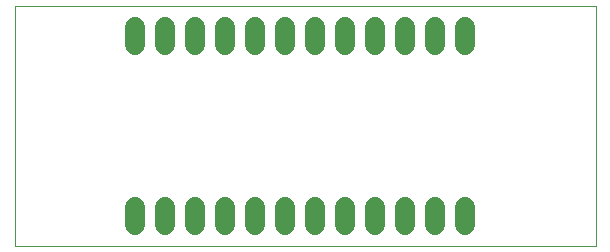
<source format=gbs>
G04 EAGLE Gerber RS-274X export*
G75*
%MOMM*%
%FSLAX34Y34*%
%LPD*%
%INSolder Mask bottom*%
%IPPOS*%
%AMOC8*
5,1,8,0,0,1.08239X$1,22.5*%
G01*
%ADD10C,0.000000*%
%ADD11C,1.676400*%


D10*
X0Y0D02*
X492000Y0D01*
X492000Y203200D01*
X0Y203200D01*
X0Y0D01*
D11*
X101600Y170180D02*
X101600Y185420D01*
X127000Y185420D02*
X127000Y170180D01*
X152400Y170180D02*
X152400Y185420D01*
X177800Y185420D02*
X177800Y170180D01*
X203200Y170180D02*
X203200Y185420D01*
X228600Y185420D02*
X228600Y170180D01*
X254000Y170180D02*
X254000Y185420D01*
X279400Y185420D02*
X279400Y170180D01*
X304800Y170180D02*
X304800Y185420D01*
X330200Y185420D02*
X330200Y170180D01*
X355600Y170180D02*
X355600Y185420D01*
X381000Y185420D02*
X381000Y170180D01*
X101600Y33020D02*
X101600Y17780D01*
X127000Y17780D02*
X127000Y33020D01*
X152400Y33020D02*
X152400Y17780D01*
X177800Y17780D02*
X177800Y33020D01*
X203200Y33020D02*
X203200Y17780D01*
X228600Y17780D02*
X228600Y33020D01*
X254000Y33020D02*
X254000Y17780D01*
X279400Y17780D02*
X279400Y33020D01*
X304800Y33020D02*
X304800Y17780D01*
X330200Y17780D02*
X330200Y33020D01*
X355600Y33020D02*
X355600Y17780D01*
X381000Y17780D02*
X381000Y33020D01*
M02*

</source>
